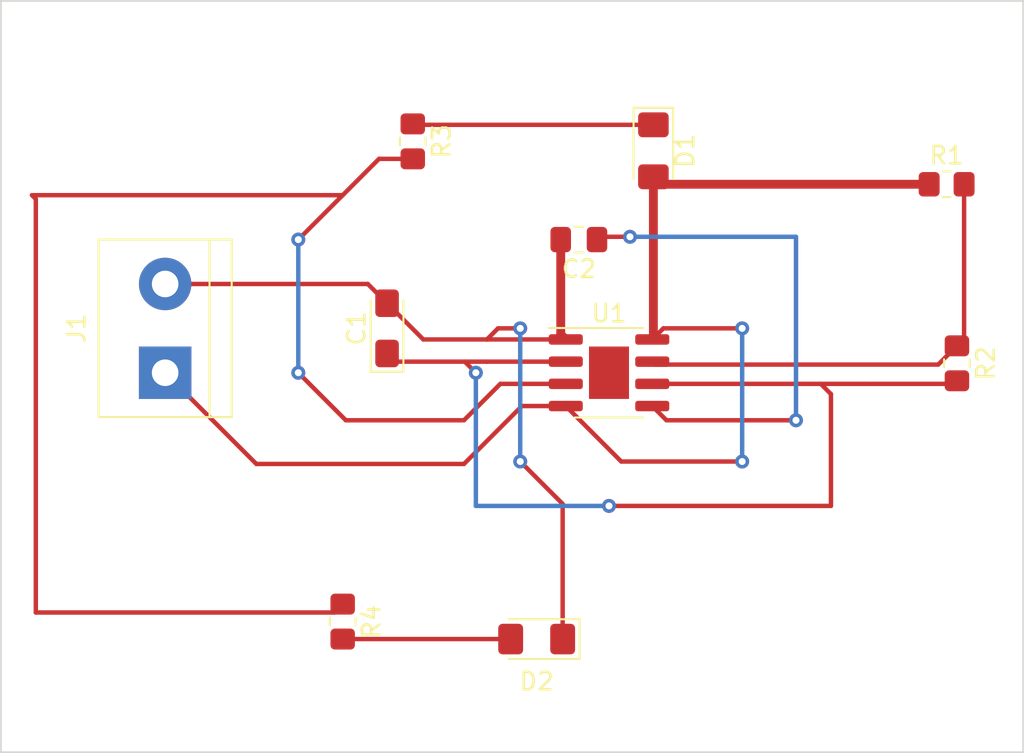
<source format=kicad_pcb>
(kicad_pcb (version 20211014) (generator pcbnew)
  (layers (0 "F.Cu" signal) (31 "B.Cu" signal) (34 "B.Paste" user) (35 "F.Paste" user) (36 "B.SilkS" user "B.Silkscreen") (37 "F.SilkS" user "F.Silkscreen") (38 "B.Mask" user) (39 "F.Mask" user) (44 "Edge.Cuts" user))
  (net 0 "")
  (net 1 "/pin_2")
  (net 2 "GND")
  (net 3 "Net-(C2-Pad1)")
  (net 4 "Net-(D1-Pad1)")
  (net 5 "+9V")
  (net 6 "Net-(D2-Pad2)")
  (net 7 "/pin_7")
  (net 8 "/pin_3")
  (footprint "Capacitor_SMD:C_0805_2012Metric_Pad1.18x1.45mm_HandSolder" (layer "F.Cu") (at 112.575 73.66 180)
    (fp_text reference "C2" (at 0 -1.68) (layer "F.SilkS"))
    (fp_text value "0.01uF")
    (fp_line (start -0.261252 0.735) (end 0.261252 0.735) (layer "F.SilkS") (width 0.12))
    (fp_line (start -0.261252 -0.735) (end 0.261252 -0.735) (layer "F.SilkS") (width 0.12))
    (pad "1" smd roundrect (at -1.0375 0 180) (size 1.175 1.45) (layers "F.Cu" "F.Paste" "F.Mask") (roundrect_rratio 0.212766) (net 3 "Net-(C2-Pad1)"))
    (pad "2" smd roundrect (at 1.0375 0 180) (size 1.175 1.45) (layers "F.Cu" "F.Paste" "F.Mask") (roundrect_rratio 0.212766) (net 2 "GND"))
  )
  (footprint "Resistor_SMD:R_0805_2012Metric_Pad1.20x1.40mm_HandSolder" (layer "F.Cu") (at 99.06 95.52 -90)
    (fp_text reference "R4" (at 0 -1.65 90) (layer "F.SilkS"))
    (fp_text value "1k")
    (fp_line (start -0.227064 -0.735) (end 0.227064 -0.735) (layer "F.SilkS") (width 0.12))
    (fp_line (start -0.227064 0.735) (end 0.227064 0.735) (layer "F.SilkS") (width 0.12))
    (pad "1" smd roundrect (at -1 0 270) (size 1.2 1.4) (layers "F.Cu" "F.Paste" "F.Mask") (roundrect_rratio 0.208333) (net 8 "/pin_3"))
    (pad "2" smd roundrect (at 1 0 270) (size 1.2 1.4) (layers "F.Cu" "F.Paste" "F.Mask") (roundrect_rratio 0.208333) (net 6 "Net-(D2-Pad2)"))
  )
  (footprint "Package_SO:SOIC-8-1EP_3.9x4.9mm_P1.27mm_EP2.29x3mm" (layer "F.Cu") (at 114.3 81.28)
    (fp_text reference "U1" (at 0 -3.4) (layer "F.SilkS"))
    (fp_text value "+9V")
    (fp_line (start 0 2.56) (end -1.95 2.56) (layer "F.SilkS") (width 0.12))
    (fp_line (start 0 -2.56) (end -3.45 -2.56) (layer "F.SilkS") (width 0.12))
    (fp_line (start 0 -2.56) (end 1.95 -2.56) (layer "F.SilkS") (width 0.12))
    (fp_line (start 0 2.56) (end 1.95 2.56) (layer "F.SilkS") (width 0.12))
    (pad "1" smd roundrect (at -2.475 -1.905) (size 1.95 0.6) (layers "F.Cu" "F.Paste" "F.Mask") (net 2 "GND"))
    (pad "2" smd roundrect (at -2.475 -0.635) (size 1.95 0.6) (layers "F.Cu" "F.Paste" "F.Mask") (net 1 "/pin_2"))
    (pad "3" smd roundrect (at -2.475 0.635) (size 1.95 0.6) (layers "F.Cu" "F.Paste" "F.Mask") (net 8 "/pin_3"))
    (pad "4" smd roundrect (at -2.475 1.905) (size 1.95 0.6) (layers "F.Cu" "F.Paste" "F.Mask") (net 5 "+9V"))
    (pad "5" smd roundrect (at 2.475 1.905) (size 1.95 0.6) (layers "F.Cu" "F.Paste" "F.Mask") (net 3 "Net-(C2-Pad1)"))
    (pad "6" smd roundrect (at 2.475 0.635) (size 1.95 0.6) (layers "F.Cu" "F.Paste" "F.Mask") (net 1 "/pin_2"))
    (pad "7" smd roundrect (at 2.475 -0.635) (size 1.95 0.6) (layers "F.Cu" "F.Paste" "F.Mask") (net 7 "/pin_7"))
    (pad "8" smd roundrect (at 2.475 -1.905) (size 1.95 0.6) (layers "F.Cu" "F.Paste" "F.Mask") (net 5 "+9V"))
    (pad "9" smd rect (at 0 0) (size 2.29 3) (layers "F.Cu" "F.Mask"))
  )
  (footprint "Resistor_SMD:R_0805_2012Metric_Pad1.20x1.40mm_HandSolder" (layer "F.Cu") (at 133.62 70.495)
    (fp_text reference "R1" (at 0 -1.65) (layer "F.SilkS"))
    (fp_text value "1k")
    (fp_line (start -0.227064 0.735) (end 0.227064 0.735) (layer "F.SilkS") (width 0.12))
    (fp_line (start -0.227064 -0.735) (end 0.227064 -0.735) (layer "F.SilkS") (width 0.12))
    (pad "1" smd roundrect (at -1 0) (size 1.2 1.4) (layers "F.Cu" "F.Paste" "F.Mask") (roundrect_rratio 0.208333) (net 5 "+9V"))
    (pad "2" smd roundrect (at 1 0) (size 1.2 1.4) (layers "F.Cu" "F.Paste" "F.Mask") (roundrect_rratio 0.208333) (net 7 "/pin_7"))
  )
  (footprint "TerminalBlock:TerminalBlock_bornier-2_P5.08mm" (layer "F.Cu") (at 88.9 81.28 90)
    (fp_text reference "J1" (at 2.54 -5.08 90) (layer "F.SilkS"))
    (fp_text value " ")
    (fp_line (start 7.62 2.54) (end -2.54 2.54) (layer "F.SilkS") (width 0.12))
    (fp_line (start -2.54 3.81) (end 7.62 3.81) (layer "F.SilkS") (width 0.12))
    (fp_line (start 7.62 3.81) (end 7.62 -3.81) (layer "F.SilkS") (width 0.12))
    (fp_line (start -2.54 -3.81) (end -2.54 3.81) (layer "F.SilkS") (width 0.12))
    (fp_line (start 7.62 -3.81) (end -2.54 -3.81) (layer "F.SilkS") (width 0.12))
    (pad "1" thru_hole rect (at 0 0 90) (size 3 3) (drill 1.52) (layers *.Cu *.Mask) (net 5 "+9V"))
    (pad "2" thru_hole circle (at 5.08 0 90) (size 3 3) (drill 1.52) (layers *.Cu *.Mask) (net 2 "GND"))
  )
  (footprint "LED_SMD:LED_1206_3216Metric_Pad1.42x1.75mm_HandSolder" (layer "F.Cu") (at 110.16 96.52 180)
    (fp_text reference "D2" (at 0 -2.42) (layer "F.SilkS"))
    (fp_text value "LED")
    (fp_line (start 1.6 -1.135) (end -2.46 -1.135) (layer "F.SilkS") (width 0.12))
    (fp_line (start -2.46 1.135) (end 1.6 1.135) (layer "F.SilkS") (width 0.12))
    (fp_line (start -2.46 -1.135) (end -2.46 1.135) (layer "F.SilkS") (width 0.12))
    (pad "1" smd roundrect (at -1.4875 0 180) (size 1.425 1.75) (layers "F.Cu" "F.Paste" "F.Mask") (roundrect_rratio 0.175439) (net 2 "GND"))
    (pad "2" smd roundrect (at 1.4875 0 180) (size 1.425 1.75) (layers "F.Cu" "F.Paste" "F.Mask") (roundrect_rratio 0.175439) (net 6 "Net-(D2-Pad2)"))
  )
  (footprint "Resistor_SMD:R_0805_2012Metric_Pad1.20x1.40mm_HandSolder" (layer "F.Cu") (at 103.07 68.04 -90)
    (fp_text reference "R3" (at 0 -1.65 90) (layer "F.SilkS"))
    (fp_text value "1k")
    (fp_line (start -0.227064 -0.735) (end 0.227064 -0.735) (layer "F.SilkS") (width 0.12))
    (fp_line (start -0.227064 0.735) (end 0.227064 0.735) (layer "F.SilkS") (width 0.12))
    (pad "1" smd roundrect (at -1 0 270) (size 1.2 1.4) (layers "F.Cu" "F.Paste" "F.Mask") (roundrect_rratio 0.208333) (net 4 "Net-(D1-Pad1)"))
    (pad "2" smd roundrect (at 1 0 270) (size 1.2 1.4) (layers "F.Cu" "F.Paste" "F.Mask") (roundrect_rratio 0.208333) (net 8 "/pin_3"))
  )
  (footprint "Capacitor_Tantalum_SMD:CP_EIA-3216-12_Kemet-S_Pad1.58x1.35mm_HandSolder" (layer "F.Cu") (at 101.6 78.74 90)
    (fp_text reference "C1" (at 0 -1.75 90) (layer "F.SilkS"))
    (fp_text value "10uF")
    (fp_line (start -2.485 -0.935) (end -2.485 0.935) (layer "F.SilkS") (width 0.12))
    (fp_line (start 1.6 -0.935) (end -2.485 -0.935) (layer "F.SilkS") (width 0.12))
    (fp_line (start -2.485 0.935) (end 1.6 0.935) (layer "F.SilkS") (width 0.12))
    (pad "1" smd roundrect (at -1.4375 0 90) (size 1.575 1.35) (layers "F.Cu" "F.Paste" "F.Mask") (roundrect_rratio 0.185185) (net 1 "/pin_2"))
    (pad "2" smd roundrect (at 1.4375 0 90) (size 1.575 1.35) (layers "F.Cu" "F.Paste" "F.Mask") (roundrect_rratio 0.185185) (net 2 "GND"))
  )
  (footprint "LED_SMD:LED_1206_3216Metric_Pad1.42x1.75mm_HandSolder" (layer "F.Cu") (at 116.84 68.58 -90)
    (fp_text reference "D1" (at 0 -1.82 90) (layer "F.SilkS"))
    (fp_text value "LED")
    (fp_line (start -2.46 1.135) (end 1.6 1.135) (layer "F.SilkS") (width 0.12))
    (fp_line (start 1.6 -1.135) (end -2.46 -1.135) (layer "F.SilkS") (width 0.12))
    (fp_line (start -2.46 -1.135) (end -2.46 1.135) (layer "F.SilkS") (width 0.12))
    (pad "1" smd roundrect (at -1.4875 0 270) (size 1.425 1.75) (layers "F.Cu" "F.Paste" "F.Mask") (roundrect_rratio 0.175439) (net 4 "Net-(D1-Pad1)"))
    (pad "2" smd roundrect (at 1.4875 0 270) (size 1.425 1.75) (layers "F.Cu" "F.Paste" "F.Mask") (roundrect_rratio 0.175439) (net 5 "+9V"))
  )
  (footprint "Resistor_SMD:R_0805_2012Metric_Pad1.20x1.40mm_HandSolder" (layer "F.Cu") (at 134.21 80.74 -90)
    (fp_text reference "R2" (at 0 -1.65 90) (layer "F.SilkS"))
    (fp_text value "10k")
    (fp_line (start -0.227064 0.735) (end 0.227064 0.735) (layer "F.SilkS") (width 0.12))
    (fp_line (start -0.227064 -0.735) (end 0.227064 -0.735) (layer "F.SilkS") (width 0.12))
    (pad "1" smd roundrect (at -1 0 270) (size 1.2 1.4) (layers "F.Cu" "F.Paste" "F.Mask") (roundrect_rratio 0.208333) (net 7 "/pin_7"))
    (pad "2" smd roundrect (at 1 0 270) (size 1.2 1.4) (layers "F.Cu" "F.Paste" "F.Mask") (roundrect_rratio 0.208333) (net 1 "/pin_2"))
  )
  (gr_rect (start 79.5 60) (end 138 103) (layer "Edge.Cuts") (width 0.1) (fill none))
  (segment (start 106.045 80.645) (end 107.315 80.645) (width 0.254) (layer "F.Cu") (net 1))
  (segment (start 107.315 80.645) (end 111.825 80.645) (width 0.254) (layer "F.Cu") (net 1))
  (segment (start 126.365 81.915) (end 125.095 81.915) (width 0.254) (layer "F.Cu") (net 1))
  (segment (start 127 82.5) (end 126.5 82) (width 0.254) (layer "F.Cu") (net 1))
  (segment (start 127 88.9) (end 127 82.5) (width 0.254) (layer "F.Cu") (net 1))
  (segment (start 128.905 81.915) (end 126.365 81.915) (width 0.254) (layer "F.Cu") (net 1))
  (segment (start 125.095 81.915) (end 116.775 81.915) (width 0.254) (layer "F.Cu") (net 1))
  (segment (start 114.3 88.9) (end 127 88.9) (width 0.254) (layer "F.Cu") (net 1))
  (segment (start 134.21 81.74) (end 134.035 81.915) (width 0.254) (layer "F.Cu") (net 1))
  (segment (start 102.0675 80.645) (end 106.045 80.645) (width 0.254) (layer "F.Cu") (net 1))
  (segment (start 101.6 80.1775) (end 102.0675 80.645) (width 0.254) (layer "F.Cu") (net 1))
  (segment (start 134.035 81.915) (end 128.905 81.915) (width 0.254) (layer "F.Cu") (net 1))
  (segment (start 106.045 80.645) (end 106.68 81.28) (width 0.254) (layer "F.Cu") (net 1))
  (via (at 106.68 81.28) (size 0.8) (drill 0.4) (layers "F.Cu" "B.Cu") (net 1))
  (via (at 114.3 88.9) (size 0.8) (drill 0.4) (layers "F.Cu" "B.Cu") (net 1))
  (segment (start 106.68 81.28) (end 106.68 88.9) (width 0.254) (layer "B.Cu") (net 1))
  (segment (start 106.68 88.9) (end 114.3 88.9) (width 0.254) (layer "B.Cu") (net 1))
  (segment (start 111.6475 96.52) (end 111.6475 88.7875) (width 0.254) (layer "F.Cu") (net 2))
  (segment (start 111.6475 88.7875) (end 109.22 86.36) (width 0.254) (layer "F.Cu") (net 2))
  (segment (start 103.6725 79.375) (end 107.315 79.375) (width 0.254) (layer "F.Cu") (net 2))
  (segment (start 107.315 79.375) (end 111.825 79.375) (width 0.254) (layer "F.Cu") (net 2))
  (segment (start 107.95 78.74) (end 107.315 79.375) (width 0.254) (layer "F.Cu") (net 2))
  (segment (start 109.22 78.74) (end 107.95 78.74) (width 0.254) (layer "F.Cu") (net 2))
  (segment (start 111.5375 73.66) (end 111.5375 79.0875) (width 0.508) (layer "F.Cu") (net 2))
  (segment (start 100.4975 76.2) (end 101.6 77.3025) (width 0.254) (layer "F.Cu") (net 2))
  (segment (start 111.5375 79.0875) (end 111.825 79.375) (width 0.508) (layer "F.Cu") (net 2))
  (segment (start 88.9 76.2) (end 100.4975 76.2) (width 0.254) (layer "F.Cu") (net 2))
  (segment (start 101.6 77.3025) (end 103.6725 79.375) (width 0.254) (layer "F.Cu") (net 2))
  (via (at 109.22 78.74) (size 0.8) (drill 0.4) (layers "F.Cu" "B.Cu") (net 2))
  (via (at 109.22 86.36) (size 0.8) (drill 0.4) (layers "F.Cu" "B.Cu") (net 2))
  (segment (start 109.22 86.36) (end 109.22 78.74) (width 0.254) (layer "B.Cu") (net 2))
  (segment (start 117.59 84) (end 125 84) (width 0.254) (layer "F.Cu") (net 3))
  (segment (start 113.7725 73.5) (end 113.6125 73.66) (width 0.254) (layer "F.Cu") (net 3))
  (segment (start 115.5 73.5) (end 113.7725 73.5) (width 0.254) (layer "F.Cu") (net 3))
  (segment (start 116.775 83.185) (end 117.59 84) (width 0.254) (layer "F.Cu") (net 3))
  (via (at 125 84) (size 0.8) (drill 0.4) (layers "F.Cu" "B.Cu") (net 3))
  (via (at 115.5 73.5) (size 0.8) (drill 0.4) (layers "F.Cu" "B.Cu") (net 3))
  (segment (start 125 84) (end 125 73.5) (width 0.254) (layer "B.Cu") (net 3))
  (segment (start 125 73.5) (end 115.5 73.5) (width 0.254) (layer "B.Cu") (net 3))
  (segment (start 103.1225 67.0925) (end 116.84 67.0925) (width 0.254) (layer "F.Cu") (net 4))
  (segment (start 103.07 67.04) (end 103.1225 67.0925) (width 0.254) (layer "F.Cu") (net 4))
  (segment (start 111.825 83.185) (end 109.315 83.185) (width 0.254) (layer "F.Cu") (net 5))
  (segment (start 116.84 79.31) (end 116.775 79.375) (width 0.508) (layer "F.Cu") (net 5))
  (segment (start 132.62 70.495) (end 117.2675 70.495) (width 0.508) (layer "F.Cu") (net 5))
  (segment (start 115 86.36) (end 121.92 86.36) (width 0.254) (layer "F.Cu") (net 5))
  (segment (start 111.825 83.185) (end 115 86.36) (width 0.254) (layer "F.Cu") (net 5))
  (segment (start 116.84 70.0675) (end 116.84 79.31) (width 0.508) (layer "F.Cu") (net 5))
  (segment (start 117.2675 70.495) (end 116.84 70.0675) (width 0.508) (layer "F.Cu") (net 5))
  (segment (start 117.41 78.74) (end 116.775 79.375) (width 0.254) (layer "F.Cu") (net 5))
  (segment (start 121.92 78.74) (end 117.41 78.74) (width 0.254) (layer "F.Cu") (net 5))
  (segment (start 109.315 83.185) (end 106 86.5) (width 0.254) (layer "F.Cu") (net 5))
  (segment (start 106 86.5) (end 94.12 86.5) (width 0.254) (layer "F.Cu") (net 5))
  (segment (start 94.12 86.5) (end 88.9 81.28) (width 0.254) (layer "F.Cu") (net 5))
  (via (at 121.92 78.74) (size 0.8) (drill 0.4) (layers "F.Cu" "B.Cu") (net 5))
  (via (at 121.92 86.36) (size 0.8) (drill 0.4) (layers "F.Cu" "B.Cu") (net 5))
  (segment (start 121.92 86.36) (end 121.92 78.74) (width 0.254) (layer "B.Cu") (net 5))
  (segment (start 108.6725 96.52) (end 99.06 96.52) (width 0.254) (layer "F.Cu") (net 6))
  (segment (start 116.943 80.813) (end 133.137 80.813) (width 0.254) (layer "F.Cu") (net 7))
  (segment (start 134.62 79.33) (end 134.21 79.74) (width 0.254) (layer "F.Cu") (net 7))
  (segment (start 134.62 70.495) (end 134.62 79.33) (width 0.254) (layer "F.Cu") (net 7))
  (segment (start 133.137 80.813) (end 134.21 79.74) (width 0.254) (layer "F.Cu") (net 7))
  (segment (start 116.775 80.645) (end 116.943 80.813) (width 0.254) (layer "F.Cu") (net 7))
  (segment (start 108.085 81.915) (end 106 84) (width 0.254) (layer "F.Cu") (net 8))
  (segment (start 106 84) (end 99.24 84) (width 0.254) (layer "F.Cu") (net 8))
  (segment (start 96.52 73.66) (end 99.06 71.12) (width 0.254) (layer "F.Cu") (net 8))
  (segment (start 81.28 71.12) (end 99.06 71.12) (width 0.254) (layer "F.Cu") (net 8))
  (segment (start 99.06 71.12) (end 101.14 69.04) (width 0.254) (layer "F.Cu") (net 8))
  (segment (start 98.58 95) (end 99.06 94.52) (width 0.254) (layer "F.Cu") (net 8))
  (segment (start 101.14 69.04) (end 103.07 69.04) (width 0.254) (layer "F.Cu") (net 8))
  (segment (start 99.24 84) (end 96.52 81.28) (width 0.254) (layer "F.Cu") (net 8))
  (segment (start 111.825 81.915) (end 108.085 81.915) (width 0.254) (layer "F.Cu") (net 8))
  (segment (start 81.5 95) (end 98.58 95) (width 0.254) (layer "F.Cu") (net 8))
  (segment (start 81.5 71.34) (end 81.5 95) (width 0.254) (layer "F.Cu") (net 8))
  (segment (start 81.28 71.12) (end 81.5 71.34) (width 0.254) (layer "F.Cu") (net 8))
  (via (at 96.52 81.28) (size 0.8) (drill 0.4) (layers "F.Cu" "B.Cu") (net 8))
  (via (at 96.52 73.66) (size 0.8) (drill 0.4) (layers "F.Cu" "B.Cu") (net 8))
  (segment (start 96.52 81.28) (end 96.52 73.66) (width 0.254) (layer "B.Cu") (net 8))
)
</source>
